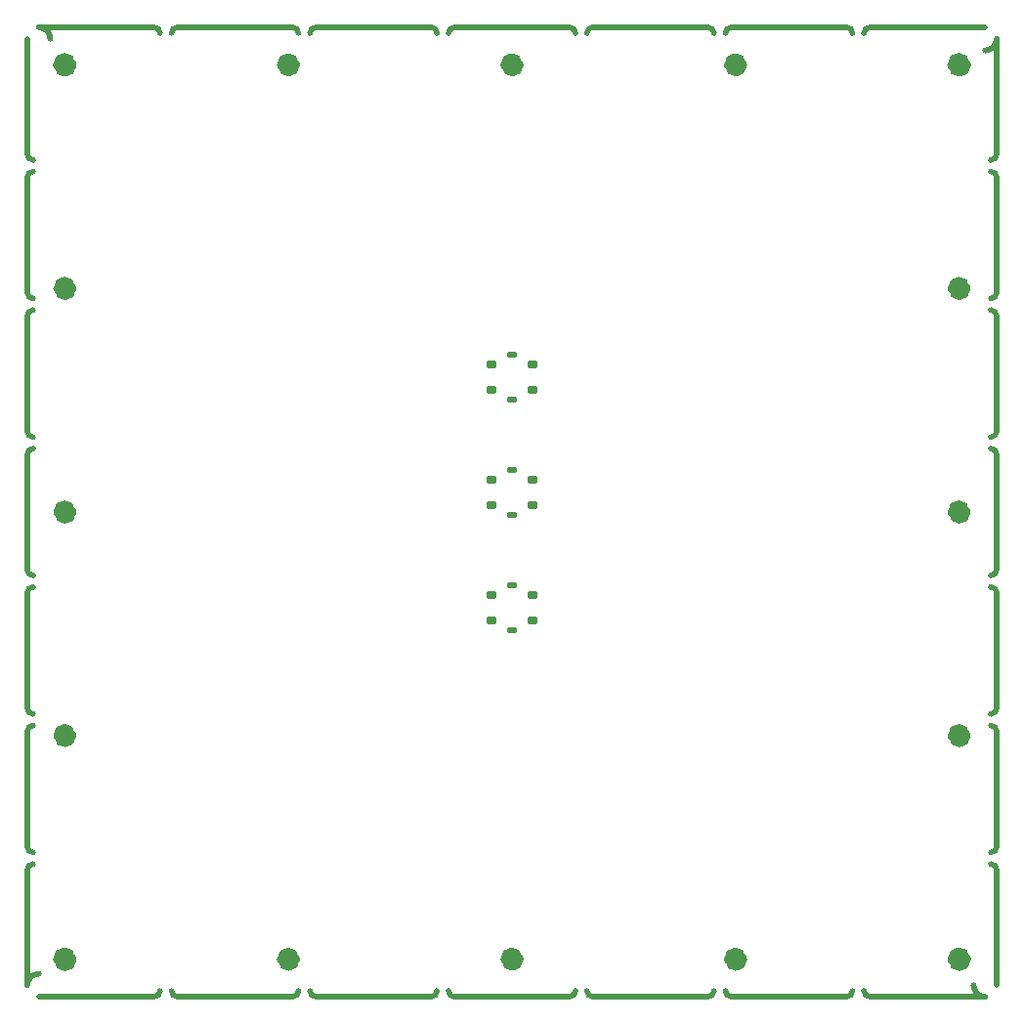
<source format=gbp>
G04 #@! TF.GenerationSoftware,KiCad,Pcbnew,7.0.8*
G04 #@! TF.CreationDate,2023-10-06T21:53:43+01:00*
G04 #@! TF.ProjectId,stencil,7374656e-6369-46c2-9e6b-696361645f70,C*
G04 #@! TF.SameCoordinates,PX8044ea0PY76ec560*
G04 #@! TF.FileFunction,Paste,Bot*
G04 #@! TF.FilePolarity,Positive*
%FSLAX46Y46*%
G04 Gerber Fmt 4.6, Leading zero omitted, Abs format (unit mm)*
G04 Created by KiCad (PCBNEW 7.0.8) date 2023-10-06 21:53:43*
%MOMM*%
%LPD*%
G01*
G04 APERTURE LIST*
G04 Aperture macros list*
%AMRoundRect*
0 Rectangle with rounded corners*
0 $1 Rounding radius*
0 $2 $3 $4 $5 $6 $7 $8 $9 X,Y pos of 4 corners*
0 Add a 4 corners polygon primitive as box body*
4,1,4,$2,$3,$4,$5,$6,$7,$8,$9,$2,$3,0*
0 Add four circle primitives for the rounded corners*
1,1,$1+$1,$2,$3*
1,1,$1+$1,$4,$5*
1,1,$1+$1,$6,$7*
1,1,$1+$1,$8,$9*
0 Add four rect primitives between the rounded corners*
20,1,$1+$1,$2,$3,$4,$5,0*
20,1,$1+$1,$4,$5,$6,$7,0*
20,1,$1+$1,$6,$7,$8,$9,0*
20,1,$1+$1,$8,$9,$2,$3,0*%
G04 Aperture macros list end*
%ADD10C,0.500000*%
%ADD11C,1.050000*%
%ADD12C,1.000000*%
%ADD13RoundRect,0.112500X0.287500X0.112500X-0.287500X0.112500X-0.287500X-0.112500X0.287500X-0.112500X0*%
%ADD14RoundRect,0.127000X0.323000X0.173000X-0.323000X0.173000X-0.323000X-0.173000X0.323000X-0.173000X0*%
G04 APERTURE END LIST*
D10*
X48099819Y72799981D02*
G75*
G03*
X47599819Y72300000I-19J-499981D01*
G01*
X99819Y72800000D02*
X10099819Y72800000D01*
D11*
X56374819Y-7950000D02*
G75*
G03*
X56374819Y-7950000I-525000J0D01*
G01*
D10*
X-24900200Y49800000D02*
G75*
G03*
X-24400181Y49300000I500000J0D01*
G01*
X-400200Y-10700000D02*
G75*
G03*
X99819Y-11200000I500000J0D01*
G01*
D12*
X36974819Y69550000D02*
G75*
G03*
X36974819Y69550000I-500000J0D01*
G01*
X17599819Y69550000D02*
G75*
G03*
X17599819Y69550000I-500000J0D01*
G01*
D10*
X34599800Y72300000D02*
G75*
G03*
X34099819Y72800000I-500000J0D01*
G01*
X22099819Y-11200019D02*
G75*
G03*
X22599819Y-10700000I-19J500019D01*
G01*
X58599819Y25299981D02*
G75*
G03*
X59099819Y25800000I-19J500019D01*
G01*
X-22900200Y71800000D02*
G75*
G03*
X-23900181Y72800000I-1000000J0D01*
G01*
X36099819Y-11200000D02*
X46099819Y-11200000D01*
X-12400200Y-10700000D02*
G75*
G03*
X-11900181Y-11200000I500000J0D01*
G01*
X34099819Y-11200019D02*
G75*
G03*
X34599819Y-10700000I-19J500019D01*
G01*
X58599819Y61299981D02*
G75*
G03*
X59099819Y61800000I-19J500019D01*
G01*
X-23900181Y-9200019D02*
G75*
G03*
X-24900181Y-10200000I-19J-999981D01*
G01*
X58599819Y49299981D02*
G75*
G03*
X59099819Y49800000I-19J500019D01*
G01*
X-23900181Y72800000D02*
X-13900181Y72800000D01*
X-24900200Y1800000D02*
G75*
G03*
X-24400181Y1300000I500000J0D01*
G01*
X36099819Y72799981D02*
G75*
G03*
X35599819Y72300000I-19J-499981D01*
G01*
X59099819Y47800000D02*
X59099819Y37800000D01*
X-24400181Y36299981D02*
G75*
G03*
X-24900181Y35800000I-19J-499981D01*
G01*
X58599819Y1299981D02*
G75*
G03*
X59099819Y1800000I-19J500019D01*
G01*
X-1900181Y-11200019D02*
G75*
G03*
X-1400181Y-10700000I-19J500019D01*
G01*
X59099819Y-200000D02*
X59099819Y-10200000D01*
X-24900181Y23800000D02*
X-24900181Y13800000D01*
X59099800Y59800000D02*
G75*
G03*
X58599819Y60300000I-500000J0D01*
G01*
X59099800Y23800000D02*
G75*
G03*
X58599819Y24300000I-500000J0D01*
G01*
D12*
X-21150181Y50175000D02*
G75*
G03*
X-21150181Y50175000I-500000J0D01*
G01*
X-21150181Y30800000D02*
G75*
G03*
X-21150181Y30800000I-500000J0D01*
G01*
D10*
X99819Y-11200000D02*
X10099819Y-11200000D01*
X58099819Y70799981D02*
G75*
G03*
X59099819Y71800000I-19J1000019D01*
G01*
D12*
X-1775181Y-7950000D02*
G75*
G03*
X-1775181Y-7950000I-500000J0D01*
G01*
D10*
X11599800Y-10700000D02*
G75*
G03*
X12099819Y-11200000I500000J0D01*
G01*
X-24400181Y48299981D02*
G75*
G03*
X-24900181Y47800000I-19J-499981D01*
G01*
X-24900200Y61800000D02*
G75*
G03*
X-24400181Y61300000I500000J0D01*
G01*
X-24400181Y60299981D02*
G75*
G03*
X-24900181Y59800000I-19J-499981D01*
G01*
X12099819Y72799981D02*
G75*
G03*
X11599819Y72300000I-19J-499981D01*
G01*
D11*
X-21125181Y-7950000D02*
G75*
G03*
X-21125181Y-7950000I-525000J0D01*
G01*
D10*
X24099819Y72799981D02*
G75*
G03*
X23599819Y72300000I-19J-499981D01*
G01*
X-24400181Y12299981D02*
G75*
G03*
X-24900181Y11800000I-19J-499981D01*
G01*
D11*
X-21125181Y69550000D02*
G75*
G03*
X-21125181Y69550000I-525000J0D01*
G01*
D10*
X-24900181Y-200000D02*
X-24900181Y-10200000D01*
X-24900200Y37800000D02*
G75*
G03*
X-24400181Y37300000I500000J0D01*
G01*
X-13900181Y-11200019D02*
G75*
G03*
X-13400181Y-10700000I-19J500019D01*
G01*
X-1400200Y72300000D02*
G75*
G03*
X-1900181Y72800000I-500000J0D01*
G01*
X-24900181Y35800000D02*
X-24900181Y25800000D01*
X59099800Y35800000D02*
G75*
G03*
X58599819Y36300000I-500000J0D01*
G01*
X22599800Y72300000D02*
G75*
G03*
X22099819Y72800000I-500000J0D01*
G01*
X59099819Y35800000D02*
X59099819Y25800000D01*
D12*
X56349819Y30800000D02*
G75*
G03*
X56349819Y30800000I-500000J0D01*
G01*
D10*
X-24900181Y11800000D02*
X-24900181Y1800000D01*
X46599800Y72300000D02*
G75*
G03*
X46099819Y72800000I-500000J0D01*
G01*
X59099819Y11800000D02*
X59099819Y1800000D01*
D12*
X36974819Y-7950000D02*
G75*
G03*
X36974819Y-7950000I-500000J0D01*
G01*
D10*
X23599800Y-10700000D02*
G75*
G03*
X24099819Y-11200000I500000J0D01*
G01*
X35599800Y-10700000D02*
G75*
G03*
X36099819Y-11200000I500000J0D01*
G01*
D12*
X17599819Y-7950000D02*
G75*
G03*
X17599819Y-7950000I-500000J0D01*
G01*
D10*
X47599800Y-10700000D02*
G75*
G03*
X48099819Y-11200000I500000J0D01*
G01*
X59099819Y71800000D02*
X59099819Y61800000D01*
X-13400200Y72300000D02*
G75*
G03*
X-13900181Y72800000I-500000J0D01*
G01*
X59099819Y23800000D02*
X59099819Y13800000D01*
X59099819Y59800000D02*
X59099819Y49800000D01*
X-24900181Y59800000D02*
X-24900181Y49800000D01*
X46099819Y-11200019D02*
G75*
G03*
X46599819Y-10700000I-19J500019D01*
G01*
D12*
X-1775181Y69550000D02*
G75*
G03*
X-1775181Y69550000I-500000J0D01*
G01*
D10*
X10099819Y-11200019D02*
G75*
G03*
X10599819Y-10700000I-19J500019D01*
G01*
X12099819Y72800000D02*
X22099819Y72800000D01*
X10599800Y72300000D02*
G75*
G03*
X10099819Y72800000I-500000J0D01*
G01*
X24099819Y-11200000D02*
X34099819Y-11200000D01*
X59099800Y11800000D02*
G75*
G03*
X58599819Y12300000I-500000J0D01*
G01*
D11*
X56374819Y69550000D02*
G75*
G03*
X56374819Y69550000I-525000J0D01*
G01*
D10*
X-24900200Y25800000D02*
G75*
G03*
X-24400181Y25300000I500000J0D01*
G01*
X-24900200Y13800000D02*
G75*
G03*
X-24400181Y13300000I500000J0D01*
G01*
X-24400181Y24299981D02*
G75*
G03*
X-24900181Y23800000I-19J-499981D01*
G01*
D12*
X-21150181Y11425000D02*
G75*
G03*
X-21150181Y11425000I-500000J0D01*
G01*
D10*
X48099819Y72800000D02*
X58099819Y72800000D01*
X36099819Y72800000D02*
X46099819Y72800000D01*
X-11900181Y72799981D02*
G75*
G03*
X-12400181Y72300000I-19J-499981D01*
G01*
X-24400181Y299981D02*
G75*
G03*
X-24900181Y-200000I-19J-499981D01*
G01*
D12*
X56349819Y11425000D02*
G75*
G03*
X56349819Y11425000I-500000J0D01*
G01*
D10*
X59099800Y-200000D02*
G75*
G03*
X58599819Y300000I-500000J0D01*
G01*
X99819Y72799981D02*
G75*
G03*
X-400181Y72300000I-19J-499981D01*
G01*
X-11900181Y-11200000D02*
X-1900181Y-11200000D01*
X58599819Y13299981D02*
G75*
G03*
X59099819Y13800000I-19J500019D01*
G01*
X-23900181Y-11200000D02*
X-13900181Y-11200000D01*
X-24900181Y47800000D02*
X-24900181Y37800000D01*
X12099819Y-11200000D02*
X22099819Y-11200000D01*
X58599819Y37299981D02*
G75*
G03*
X59099819Y37800000I-19J500019D01*
G01*
X-11900181Y72800000D02*
X-1900181Y72800000D01*
X-24900181Y71800000D02*
X-24900181Y61800000D01*
X24099819Y72800000D02*
X34099819Y72800000D01*
X57099800Y-10200000D02*
G75*
G03*
X58099819Y-11200000I1000000J0D01*
G01*
X48099819Y-11200000D02*
X58099819Y-11200000D01*
X59099800Y47800000D02*
G75*
G03*
X58599819Y48300000I-500000J0D01*
G01*
D12*
X56349819Y50175000D02*
G75*
G03*
X56349819Y50175000I-500000J0D01*
G01*
D13*
G04 #@! TO.C,s6*
X17100000Y34450000D03*
X17100000Y30550000D03*
D14*
X18900000Y33600000D03*
X15300000Y33600000D03*
X18900000Y31400000D03*
X15300000Y31400000D03*
G04 #@! TD*
D13*
G04 #@! TO.C,s8*
X17100000Y44450000D03*
X17100000Y40550000D03*
D14*
X18900000Y43600000D03*
X15300000Y43600000D03*
X18900000Y41400000D03*
X15300000Y41400000D03*
G04 #@! TD*
D13*
G04 #@! TO.C,s4*
X17100000Y24450000D03*
X17100000Y20550000D03*
D14*
X18900000Y23600000D03*
X15300000Y23600000D03*
X18900000Y21400000D03*
X15300000Y21400000D03*
G04 #@! TD*
M02*

</source>
